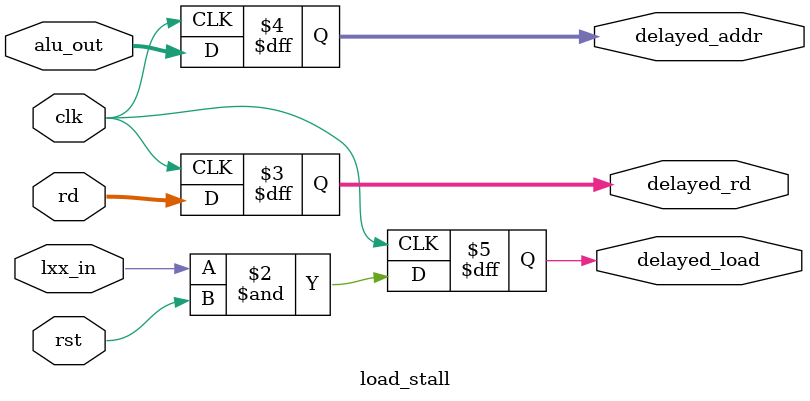
<source format=v>
module load_stall(delayed_rd, delayed_addr, delayed_load, lxx_in, rd, alu_out, clk, rst);

	input lxx_in, clk, rst;
	input [4:0] rd;
	input [31:0] alu_out;

	output reg [4:0] delayed_rd;
	output reg [31:0] delayed_addr;
	output reg delayed_load;

	always @(posedge clk)
	begin
		delayed_load <= lxx_in & rst;
		delayed_rd <= rd;
		delayed_addr <= alu_out;
	end

endmodule
</source>
